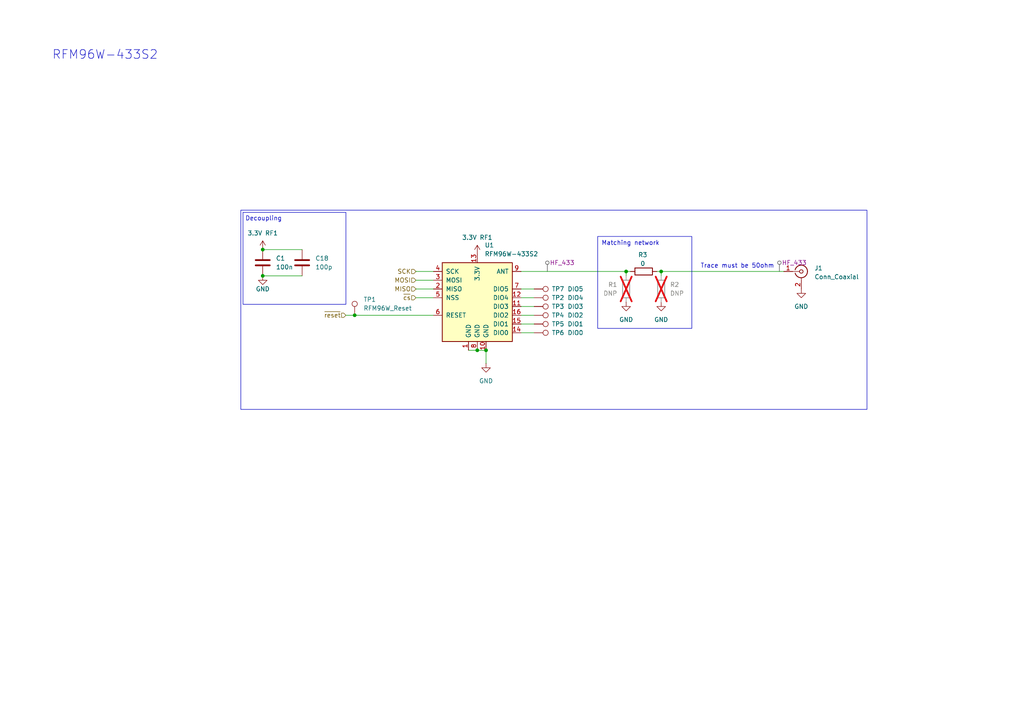
<source format=kicad_sch>
(kicad_sch (version 20250114) (generator "eeschema") (generator_version "9.0")
  (paper "A4")
  (title_block (title "3-band-LoRa testboard") (date "2025-30-03") (rev "1") (company "AAU-connectivity") (comment 1 "Malthe Sennels"))
  (lib_symbols
    (symbol "Connector:Conn_Coaxial" (pin_names (offset 1.016) (hide yes))
      (property "Reference" "J" (at 0.254 3.048 0))
      (property "Value" "Conn_Coaxial" (at 2.921 0 90))
      (symbol "Conn_Coaxial_0_1"
        (polyline (pts (xy -2.54 0) (xy -0.508 0)))
        (arc (start 1.778 0) (mid 0.222 -1.8079) (end -1.778 -0.508) (stroke (width 0.254)))
        (arc (start -1.778 0.508) (mid 0.2221 1.8084) (end 1.778 0) (stroke (width 0.254)))
        (circle (center 0 0) (radius 0.508) (stroke (width 0.2032)))
        (polyline (pts (xy 0 -2.54) (xy 0 -1.778)))
      )
      (symbol "Conn_Coaxial_1_1"
        (pin passive line (at -5.08 0 0) (length 2.54) (name "In") (number "1"))
        (pin passive line (at 0 -5.08 90) (length 2.54) (name "Ext") (number "2"))
      )
    )
    (symbol "Connector:TestPoint" (pin_numbers (hide yes)) (pin_names (offset 0.762) (hide yes))
      (property "Reference" "TP" (at 0 6.858 0))
      (property "Value" "TestPoint" (at 0 5.08 0))
      (symbol "TestPoint_0_1"
        (circle (center 0 3.302) (radius 0.762))
      )
      (symbol "TestPoint_1_1"
        (pin passive line (at 0 0 90) (length 2.54) (name "1") (number "1"))
      )
    )
    (symbol "Device:C" (pin_numbers (hide yes)) (pin_names (offset 0.254))
      (property "Reference" "C" (at 0.635 2.54 0))
      (property "Value" "C" (at 0.635 -2.54 0))
      (symbol "C_0_1"
        (polyline (pts (xy -2.032 0.762) (xy 2.032 0.762)) (stroke (width 0.508)))
        (polyline (pts (xy -2.032 -0.762) (xy 2.032 -0.762)) (stroke (width 0.508)))
      )
      (symbol "C_1_1"
        (pin passive line (at 0 3.81 270) (length 2.794) (name "~") (number "1"))
        (pin passive line (at 0 -3.81 90) (length 2.794) (name "~") (number "2"))
      )
    )
    (symbol "Device:R" (pin_numbers (hide yes)) (pin_names (offset 0))
      (property "Reference" "R" (at 2.032 0 90))
      (property "Value" "R" (at 0 0 90))
      (symbol "R_0_1"
        (rectangle (start -1.016 -2.54) (end 1.016 2.54) (stroke (width 0.254)))
      )
      (symbol "R_1_1"
        (pin passive line (at 0 3.81 270) (length 1.27) (name "~") (number "1"))
        (pin passive line (at 0 -3.81 90) (length 1.27) (name "~") (number "2"))
      )
    )
    (symbol "RF_Module:RFM96W-433S2" (pin_names (offset 1.016))
      (property "Reference" "U" (at -10.414 11.684 0))
      (property "Value" "RFM96W-433S2" (at 1.524 11.43 0))
      (symbol "RFM96W-433S2_0_1"
        (rectangle (start -10.16 10.16) (end 10.16 -12.7) (stroke (width 0.254)) (fill (type background)))
      )
      (symbol "RFM96W-433S2_1_1"
        (pin input line (at -12.7 7.62 0) (length 2.54) (name "SCK") (number "4"))
        (pin input line (at -12.7 5.08 0) (length 2.54) (name "MOSI") (number "3"))
        (pin output line (at -12.7 2.54 0) (length 2.54) (name "MISO") (number "2"))
        (pin input line (at -12.7 0 0) (length 2.54) (name "NSS") (number "5"))
        (pin bidirectional line (at -12.7 -5.08 0) (length 2.54) (name "RESET") (number "6"))
        (pin power_in line (at -2.54 -15.24 90) (length 2.54) (name "GND") (number "1"))
        (pin power_in line (at 0 12.7 270) (length 2.54) (name "3.3V") (number "13"))
        (pin power_in line (at 0 -15.24 90) (length 2.54) (name "GND") (number "8"))
        (pin power_in line (at 2.54 -15.24 90) (length 2.54) (name "GND") (number "10"))
        (pin bidirectional line (at 12.7 7.62 180) (length 2.54) (name "ANT") (number "9"))
        (pin bidirectional line (at 12.7 2.54 180) (length 2.54) (name "DIO5") (number "7"))
        (pin bidirectional line (at 12.7 0 180) (length 2.54) (name "DIO4") (number "12"))
        (pin bidirectional line (at 12.7 -2.54 180) (length 2.54) (name "DIO3") (number "11"))
        (pin bidirectional line (at 12.7 -5.08 180) (length 2.54) (name "DIO2") (number "16"))
        (pin bidirectional line (at 12.7 -7.62 180) (length 2.54) (name "DIO1") (number "15"))
        (pin bidirectional line (at 12.7 -10.16 180) (length 2.54) (name "DIO0") (number "14"))
      )
    )
    (symbol "power:+3.3V" (power) (pin_numbers (hide yes)) (pin_names (offset 0) (hide yes))
      (property "Value" "+3.3V" (at 0 3.556 0))
      (symbol "+3.3V_0_1"
        (polyline (pts (xy -0.762 1.27) (xy 0 2.54)))
        (polyline (pts (xy 0 2.54) (xy 0.762 1.27)))
        (polyline (pts (xy 0 0) (xy 0 2.54)))
      )
      (symbol "+3.3V_1_1"
        (pin power_in line (at 0 0 90) (length 0) (name "~") (number "1"))
      )
    )
    (symbol "power:GND" (power) (pin_numbers (hide yes)) (pin_names (offset 0) (hide yes))
      (property "Value" "GND" (at 0 -3.81 0))
      (symbol "GND_0_1"
        (polyline (pts (xy 0 0) (xy 0 -1.27) (xy 1.27 -1.27) (xy 0 -2.54) (xy -1.27 -1.27) (xy 0 -1.27)))
      )
      (symbol "GND_1_1"
        (pin power_in line (at 0 0 270) (length 0) (name "~") (number "1"))
      )
    )
  )
  (rectangle (start 69.85 60.96) (end 251.46 118.745))
  (rectangle (start 70.485 61.595) (end 100.33 88.265))
  (rectangle (start 173.355 68.58) (end 200.66 95.25))
  (text "RFM96W-433S2" (at 30.48 16.002 0) (effects (font (size 2.54 2.54))))
  (text "Matching network" (at 182.88 70.612 0) (effects (font (size 1.27 1.27))))
  (text "Trace must be 50ohm\n" (at 213.868 77.216 0) (effects (font (size 1.27 1.27))))
  (text "Decoupling" (at 76.454 63.5 0) (effects (font (size 1.27 1.27))))
  (junction (at 181.61 78.74))
  (junction (at 76.2 72.39))
  (junction (at 102.87 91.44))
  (junction (at 140.97 101.6))
  (junction (at 191.77 78.74))
  (junction (at 76.2 80.01))
  (junction (at 138.43 101.6))
  (wire (pts (xy 76.2 80.01) (xy 87.63 80.01)))
  (wire (pts (xy 181.61 78.74) (xy 182.88 78.74)))
  (wire (pts (xy 154.94 96.52) (xy 151.13 96.52)))
  (wire (pts (xy 120.65 83.82) (xy 125.73 83.82)))
  (wire (pts (xy 181.61 78.74) (xy 181.61 80.01)))
  (wire (pts (xy 135.89 101.6) (xy 138.43 101.6)))
  (wire (pts (xy 120.65 78.74) (xy 125.73 78.74)))
  (wire (pts (xy 76.2 72.39) (xy 87.63 72.39)))
  (wire (pts (xy 151.13 78.74) (xy 181.61 78.74)))
  (wire (pts (xy 138.43 101.6) (xy 140.97 101.6)))
  (wire (pts (xy 154.94 86.36) (xy 151.13 86.36)))
  (wire (pts (xy 154.94 83.82) (xy 151.13 83.82)))
  (wire (pts (xy 191.77 78.74) (xy 227.33 78.74)))
  (wire (pts (xy 120.65 86.36) (xy 125.73 86.36)))
  (wire (pts (xy 100.33 91.44) (xy 102.87 91.44)))
  (wire (pts (xy 190.5 78.74) (xy 191.77 78.74)))
  (wire (pts (xy 154.94 91.44) (xy 151.13 91.44)))
  (wire (pts (xy 154.94 93.98) (xy 151.13 93.98)))
  (wire (pts (xy 140.97 101.6) (xy 140.97 105.41)))
  (wire (pts (xy 154.94 88.9) (xy 151.13 88.9)))
  (wire (pts (xy 102.87 91.44) (xy 125.73 91.44)))
  (wire (pts (xy 191.77 78.74) (xy 191.77 80.01)))
  (wire (pts (xy 120.65 81.28) (xy 125.73 81.28)))
  (hierarchical_label "~{reset}" (shape input) (at 100.33 91.44 180))
  (hierarchical_label "MISO" (shape input) (at 120.65 83.82 180))
  (hierarchical_label "~{cs}" (shape input) (at 120.65 86.36 180))
  (hierarchical_label "MOSI" (shape input) (at 120.65 81.28 180))
  (hierarchical_label "SCK" (shape input) (at 120.65 78.74 180))
  (netclass_flag "" (length 2.54) (shape round) (at 226.06 78.74 0) (property "Netclass" "HF_433" (at 226.7585 76.2 0) (effects (justify left))))
  (netclass_flag "" (length 2.54) (shape round) (at 158.75 78.74 0) (property "Netclass" "HF_433" (at 159.4485 76.2 0) (effects (justify left))))
  (symbol (lib_id "Connector:TestPoint") (at 154.94 91.44 270) (unit 1)
    (property "Reference" "TP4" (at 160.02 91.44 90) (effects (justify left)))
    (property "Value" "DIO2" (at 164.592 91.44 90) (effects (justify left)))
    (property "Footprint" "TestPoint:TestPoint_Pad_D1.5mm" (effects (hide yes)))
    (property "Description" "test point" (effects (hide yes)))
  )
  (symbol (lib_id "Connector:TestPoint") (at 154.94 83.82 270) (unit 1)
    (property "Reference" "TP7" (at 160.02 83.82 90) (effects (justify left)))
    (property "Value" "DIO5" (at 164.592 83.82 90) (effects (justify left)))
    (property "Footprint" "TestPoint:TestPoint_Pad_D1.5mm" (effects (hide yes)))
    (property "Description" "test point" (effects (hide yes)))
  )
  (symbol (lib_id "power:+3.3V") (at 76.2 72.39 0) (unit 1)
    (property "Reference" "#PWR043" (effects (hide yes)))
    (property "Value" "3.3V RF1" (at 76.2 67.6143 0))
    (property "Description" "Power symbol creates a global label with name \"+3.3V\"" (effects (hide yes)))
  )
  (symbol (lib_id "Device:C") (at 87.63 76.2 0) (unit 1)
    (property "Reference" "C18" (at 91.44 74.9299 0) (effects (justify left)))
    (property "Value" "100p" (at 91.44 77.4699 0) (effects (justify left)))
    (property "Footprint" "Capacitor_SMD:C_0603_1608Metric_Pad1.08x0.95mm_HandSolder" (effects (hide yes)))
    (property "Description" "Unpolarized capacitor" (effects (hide yes)))
  )
  (symbol (lib_id "Connector:TestPoint") (at 154.94 93.98 270) (unit 1)
    (property "Reference" "TP5" (at 160.02 93.98 90) (effects (justify left)))
    (property "Value" "DIO1" (at 164.592 93.98 90) (effects (justify left)))
    (property "Footprint" "TestPoint:TestPoint_Pad_D1.5mm" (effects (hide yes)))
    (property "Description" "test point" (effects (hide yes)))
  )
  (symbol (lib_id "Device:R") (at 186.69 78.74 90) (unit 1)
    (property "Reference" "R3" (at 186.436 73.914 90))
    (property "Value" "0" (at 186.436 76.454 90))
    (property "Footprint" "Resistor_SMD:R_0603_1608Metric_Pad0.98x0.95mm_HandSolder" (effects (hide yes)))
    (property "Description" "Resistor" (effects (hide yes)))
  )
  (symbol (lib_id "Connector:Conn_Coaxial") (at 232.41 78.74 0) (unit 1)
    (property "Reference" "J1" (at 236.22 77.7631 0) (effects (justify left)))
    (property "Value" "Conn_Coaxial" (at 236.22 80.3031 0) (effects (justify left)))
    (property "Footprint" "Connector_Coaxial:SMA_Samtec_SMA-J-P-H-ST-EM1_EdgeMount" (effects (hide yes)))
    (property "Description" "coaxial connector (BNC, SMA, SMB, SMC, Cinch/RCA, LEMO, ...)" (effects (hide yes)))
  )
  (symbol (lib_id "Device:R") (at 181.61 83.82 0) (mirror y) (unit 1) (dnp yes)
    (property "Reference" "R1" (at 179.07 82.5499 0) (effects (justify left)))
    (property "Value" "DNP" (at 179.07 85.0899 0) (effects (justify left)))
    (property "Footprint" "Resistor_SMD:R_0603_1608Metric_Pad0.98x0.95mm_HandSolder" (effects (hide yes)))
    (property "Description" "Resistor" (effects (hide yes)))
  )
  (symbol (lib_id "Connector:TestPoint") (at 154.94 86.36 270) (unit 1)
    (property "Reference" "TP2" (at 160.02 86.36 90) (effects (justify left)))
    (property "Value" "DIO4" (at 164.592 86.36 90) (effects (justify left)))
    (property "Footprint" "TestPoint:TestPoint_Pad_D1.5mm" (effects (hide yes)))
    (property "Description" "test point" (effects (hide yes)))
  )
  (symbol (lib_id "power:+3.3V") (at 138.43 73.66 0) (unit 1)
    (property "Reference" "#PWR020" (effects (hide yes)))
    (property "Value" "3.3V RF1" (at 138.43 68.8843 0))
    (property "Description" "Power symbol creates a global label with name \"+3.3V\"" (effects (hide yes)))
  )
  (symbol (lib_id "power:GND") (at 76.2 80.01 0) (unit 1)
    (property "Reference" "#PWR04" (effects (hide yes)))
    (property "Value" "GND" (at 76.2 83.82 0))
    (property "Description" "Power symbol creates a global label with name \"GND\" , ground" (effects (hide yes)))
  )
  (symbol (lib_id "Connector:TestPoint") (at 154.94 88.9 270) (unit 1)
    (property "Reference" "TP3" (at 160.02 88.9 90) (effects (justify left)))
    (property "Value" "DIO3" (at 164.592 88.9 90) (effects (justify left)))
    (property "Footprint" "TestPoint:TestPoint_Pad_D1.5mm" (effects (hide yes)))
    (property "Description" "test point" (effects (hide yes)))
  )
  (symbol (lib_id "power:GND") (at 232.41 83.82 0) (unit 1)
    (property "Reference" "#PWR07" (effects (hide yes)))
    (property "Value" "GND" (at 232.41 88.9 0))
    (property "Description" "Power symbol creates a global label with name \"GND\" , ground" (effects (hide yes)))
  )
  (symbol (lib_id "Device:C") (at 76.2 76.2 0) (unit 1)
    (property "Reference" "C1" (at 80.01 74.9299 0) (effects (justify left)))
    (property "Value" "100n" (at 80.01 77.4699 0) (effects (justify left)))
    (property "Footprint" "Capacitor_SMD:C_0603_1608Metric_Pad1.08x0.95mm_HandSolder" (effects (hide yes)))
    (property "Description" "Unpolarized capacitor" (effects (hide yes)))
  )
  (symbol (lib_id "RF_Module:RFM96W-433S2") (at 138.43 86.36 0) (unit 1)
    (property "Reference" "U1" (at 140.5733 71.12 0) (effects (justify left)))
    (property "Value" "RFM96W-433S2" (at 140.5733 73.66 0) (effects (justify left)))
    (property "Footprint" "RF_Module:HOPERF_RFM9XW_SMD" (effects (hide yes)))
    (property "Datasheet" "https://www.hoperf.com/data/upload/portal/20181127/5bfcc0ac60235.pdf" (effects (hide yes)))
    (property "Description" "Low power long range transceiver module, SPI and parallel interface, 433 MHz, spreading factor 6 to12, bandwidth 7.8 to 500kHz, -111 to -148 dBm, SMD-16, DIP-16" (effects (hide yes)))
  )
  (symbol (lib_id "power:GND") (at 181.61 87.63 0) (mirror y) (unit 1)
    (property "Reference" "#PWR05" (effects (hide yes)))
    (property "Value" "GND" (at 181.61 92.71 0))
    (property "Description" "Power symbol creates a global label with name \"GND\" , ground" (effects (hide yes)))
  )
  (symbol (lib_id "power:GND") (at 140.97 105.41 0) (unit 1)
    (property "Reference" "#PWR01" (effects (hide yes)))
    (property "Value" "GND" (at 140.97 110.49 0))
    (property "Description" "Power symbol creates a global label with name \"GND\" , ground" (effects (hide yes)))
  )
  (symbol (lib_id "power:GND") (at 191.77 87.63 0) (unit 1)
    (property "Reference" "#PWR06" (effects (hide yes)))
    (property "Value" "GND" (at 191.77 92.71 0))
    (property "Description" "Power symbol creates a global label with name \"GND\" , ground" (effects (hide yes)))
  )
  (symbol (lib_id "Connector:TestPoint") (at 154.94 96.52 270) (unit 1)
    (property "Reference" "TP6" (at 160.02 96.52 90) (effects (justify left)))
    (property "Value" "DIO0" (at 164.592 96.52 90) (effects (justify left)))
    (property "Footprint" "TestPoint:TestPoint_Pad_D1.5mm" (effects (hide yes)))
    (property "Description" "test point" (effects (hide yes)))
  )
  (symbol (lib_id "Device:R") (at 191.77 83.82 0) (unit 1) (dnp yes)
    (property "Reference" "R2" (at 194.31 82.5499 0) (effects (justify left)))
    (property "Value" "DNP" (at 194.31 85.0899 0) (effects (justify left)))
    (property "Footprint" "Resistor_SMD:R_0603_1608Metric_Pad0.98x0.95mm_HandSolder" (effects (hide yes)))
    (property "Description" "Resistor" (effects (hide yes)))
  )
  (symbol (lib_id "Connector:TestPoint") (at 102.87 91.44 0) (unit 1)
    (property "Reference" "TP1" (at 105.41 86.8679 0) (effects (justify left)))
    (property "Value" "RFM96W_Reset" (at 105.41 89.4079 0) (effects (justify left)))
    (property "Footprint" "TestPoint:TestPoint_Pad_D1.5mm" (effects (hide yes)))
    (property "Description" "test point" (effects (hide yes)))
  )
)
</source>
